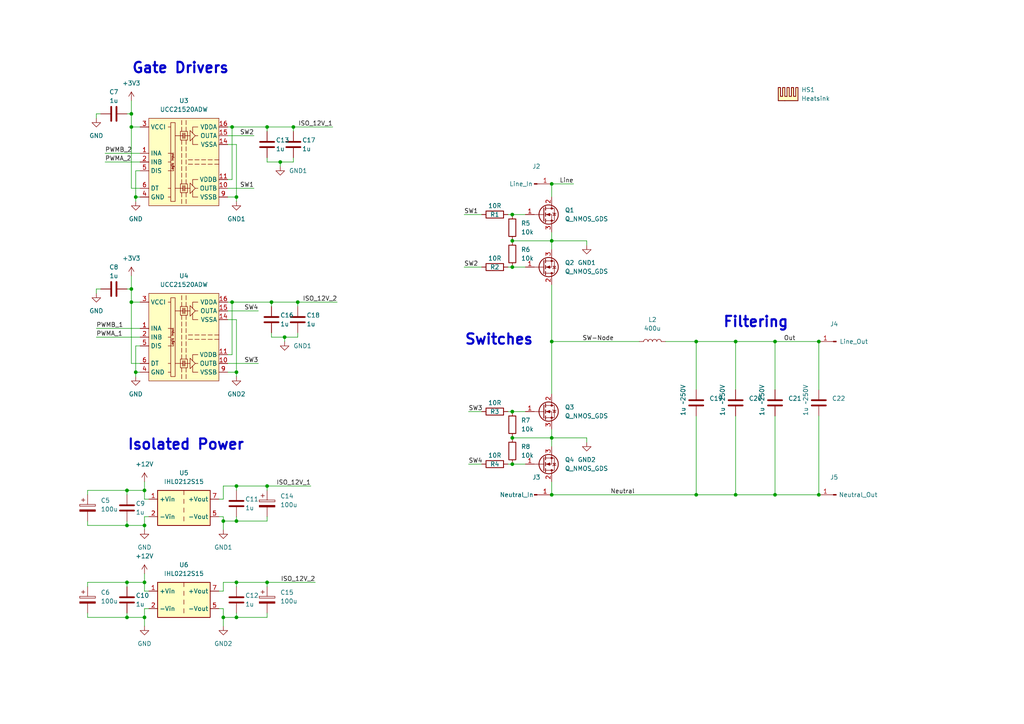
<source format=kicad_sch>
(kicad_sch (version 20211123) (generator eeschema)
  (paper "A4")
  (title_block (title "Power Stage") (company "Kei Carden"))
  (lib_symbols
    (symbol "Connector:Conn_01x01_Male" (pin_names (offset 1.016) hide)
      (property "Reference" "J" (at 0 2.54 0))
      (property "Value" "Conn_01x01_Male" (at 0 -2.54 0))
      (symbol "Conn_01x01_Male_1_1"
        (polyline (pts (xy 1.27 0) (xy 0.8636 0)) (stroke (width 0.1524)))
        (rectangle (start 0.8636 0.127) (end 0 -0.127) (stroke (width 0.1524)) (fill (type outline)))
        (pin passive line (at 5.08 0 180) (length 3.81) (name "Pin_1") (number "1"))
      )
    )
    (symbol "Converter_DCDC:IHL0212S15"
      (property "Reference" "U" (at 0 8.89 0))
      (property "Value" "IHL0212S15" (at 0 6.35 0))
      (symbol "IHL0212S15_0_0"
        (pin power_in line (at -10.16 2.54 0) (length 2.54) (name "+Vin") (number "1"))
        (pin power_in line (at -10.16 -2.54 0) (length 2.54) (name "-Vin") (number "2"))
        (pin power_out line (at 10.16 -2.54 180) (length 2.54) (name "-Vout") (number "5"))
        (pin power_out line (at 10.16 2.54 180) (length 2.54) (name "+Vout") (number "7"))
      )
      (symbol "IHL0212S15_0_1"
        (rectangle (start -7.62 5.08) (end 7.62 -5.08) (stroke (width 0.254)) (fill (type background)))
        (polyline (pts (xy 0 -2.54) (xy 0 -3.81)))
        (polyline (pts (xy 0 0) (xy 0 -1.27)))
        (polyline (pts (xy 0 2.54) (xy 0 1.27)))
        (polyline (pts (xy 0 5.08) (xy 0 3.81)))
      )
    )
    (symbol "Device:C" (pin_numbers hide) (pin_names (offset 0.254))
      (property "Reference" "C" (at 0.635 2.54 0))
      (property "Value" "C" (at 0.635 -2.54 0))
      (symbol "C_0_1"
        (polyline (pts (xy -2.032 -0.762) (xy 2.032 -0.762)) (stroke (width 0.508)))
        (polyline (pts (xy -2.032 0.762) (xy 2.032 0.762)) (stroke (width 0.508)))
      )
      (symbol "C_1_1"
        (pin passive line (at 0 3.81 270) (length 2.794) (name "~") (number "1"))
        (pin passive line (at 0 -3.81 90) (length 2.794) (name "~") (number "2"))
      )
    )
    (symbol "Device:C_Polarized" (pin_numbers hide) (pin_names (offset 0.254))
      (property "Reference" "C" (at 0.635 2.54 0))
      (property "Value" "C_Polarized" (at 0.635 -2.54 0))
      (symbol "C_Polarized_0_1"
        (rectangle (start -2.286 0.508) (end 2.286 1.016))
        (polyline (pts (xy -1.778 2.286) (xy -0.762 2.286)))
        (polyline (pts (xy -1.27 2.794) (xy -1.27 1.778)))
        (rectangle (start 2.286 -0.508) (end -2.286 -1.016) (fill (type outline)))
      )
      (symbol "C_Polarized_1_1"
        (pin passive line (at 0 3.81 270) (length 2.794) (name "~") (number "1"))
        (pin passive line (at 0 -3.81 90) (length 2.794) (name "~") (number "2"))
      )
    )
    (symbol "Device:L" (pin_numbers hide) (pin_names (offset 1.016) hide)
      (property "Reference" "L" (at -1.27 0 90))
      (property "Value" "L" (at 1.905 0 90))
      (symbol "L_0_1"
        (arc (start 0 -2.54) (mid 0.635 -1.905) (end 0 -1.27))
        (arc (start 0 -1.27) (mid 0.635 -0.635) (end 0 0))
        (arc (start 0 0) (mid 0.635 0.635) (end 0 1.27))
        (arc (start 0 1.27) (mid 0.635 1.905) (end 0 2.54))
      )
      (symbol "L_1_1"
        (pin passive line (at 0 3.81 270) (length 1.27) (name "1") (number "1"))
        (pin passive line (at 0 -3.81 90) (length 1.27) (name "2") (number "2"))
      )
    )
    (symbol "Device:Q_NMOS_GDS" (pin_names (offset 0) hide)
      (property "Reference" "Q" (at 5.08 1.27 0))
      (property "Value" "Q_NMOS_GDS" (at 5.08 -1.27 0))
      (symbol "Q_NMOS_GDS_0_1"
        (polyline (pts (xy 0.254 0) (xy -2.54 0)))
        (polyline (pts (xy 0.254 1.905) (xy 0.254 -1.905)) (stroke (width 0.254)))
        (polyline (pts (xy 0.762 -1.27) (xy 0.762 -2.286)) (stroke (width 0.254)))
        (polyline (pts (xy 0.762 0.508) (xy 0.762 -0.508)) (stroke (width 0.254)))
        (polyline (pts (xy 0.762 2.286) (xy 0.762 1.27)) (stroke (width 0.254)))
        (polyline (pts (xy 2.54 2.54) (xy 2.54 1.778)))
        (polyline (pts (xy 2.54 -2.54) (xy 2.54 0) (xy 0.762 0)))
        (polyline (pts (xy 0.762 -1.778) (xy 3.302 -1.778) (xy 3.302 1.778) (xy 0.762 1.778)))
        (polyline (pts (xy 1.016 0) (xy 2.032 0.381) (xy 2.032 -0.381) (xy 1.016 0)) (fill (type outline)))
        (polyline (pts (xy 2.794 0.508) (xy 2.921 0.381) (xy 3.683 0.381) (xy 3.81 0.254)))
        (polyline (pts (xy 3.302 0.381) (xy 2.921 -0.254) (xy 3.683 -0.254) (xy 3.302 0.381)))
        (circle (center 1.651 0) (radius 2.794) (stroke (width 0.254)))
        (circle (center 2.54 -1.778) (radius 0.254) (fill (type outline)))
        (circle (center 2.54 1.778) (radius 0.254) (fill (type outline)))
      )
      (symbol "Q_NMOS_GDS_1_1"
        (pin input line (at -5.08 0 0) (length 2.54) (name "G") (number "1"))
        (pin passive line (at 2.54 5.08 270) (length 2.54) (name "D") (number "2"))
        (pin passive line (at 2.54 -5.08 90) (length 2.54) (name "S") (number "3"))
      )
    )
    (symbol "Device:R" (pin_numbers hide) (pin_names (offset 0))
      (property "Reference" "R" (at 2.032 0 90))
      (property "Value" "R" (at 0 0 90))
      (symbol "R_0_1"
        (rectangle (start -1.016 -2.54) (end 1.016 2.54) (stroke (width 0.254)))
      )
      (symbol "R_1_1"
        (pin passive line (at 0 3.81 270) (length 1.27) (name "~") (number "1"))
        (pin passive line (at 0 -3.81 90) (length 1.27) (name "~") (number "2"))
      )
    )
    (symbol "Driver_FET:UCC21520ADW"
      (property "Reference" "U" (at 0 16.51 0))
      (property "Value" "UCC21520ADW" (at 0 13.97 0))
      (symbol "UCC21520ADW_0_0"
        (polyline (pts (xy -0.635 6.35) (xy -0.635 5.08)))
        (polyline (pts (xy -0.635 10.16) (xy -0.635 8.89)))
        (polyline (pts (xy -0.635 12.065) (xy -0.635 10.795)))
        (polyline (pts (xy -0.254 -7.62) (xy -2.54 -7.62)))
        (polyline (pts (xy -0.254 -6.858) (xy -0.254 -8.382)) (stroke (width 0.254)))
        (polyline (pts (xy -0.254 7.62) (xy -2.54 7.62)))
        (polyline (pts (xy -0.254 8.382) (xy -0.254 6.858)) (stroke (width 0.254)))
        (polyline (pts (xy 0.254 -7.62) (xy 1.778 -7.62)))
        (polyline (pts (xy 0.254 -6.858) (xy 0.254 -8.382)) (stroke (width 0.254)))
        (polyline (pts (xy 0.254 7.62) (xy 1.778 7.62)))
        (polyline (pts (xy 0.254 8.382) (xy 0.254 6.858)) (stroke (width 0.254)))
        (polyline (pts (xy 0.635 6.35) (xy 0.635 5.08)))
        (polyline (pts (xy 0.635 8.89) (xy 0.635 10.16)))
        (polyline (pts (xy 0.635 10.795) (xy 0.635 12.065)))
        (polyline (pts (xy 2.54 -0.635) (xy 1.27 -0.635)))
        (polyline (pts (xy 2.54 0.635) (xy 1.27 0.635)))
        (polyline (pts (xy 4.064 -7.62) (xy 3.302 -7.62)))
        (polyline (pts (xy 4.064 7.62) (xy 3.302 7.62)))
        (polyline (pts (xy 4.445 -0.635) (xy 3.175 -0.635)))
        (polyline (pts (xy 4.445 0.635) (xy 3.175 0.635)))
        (polyline (pts (xy 6.35 -0.635) (xy 5.08 -0.635)))
        (polyline (pts (xy 6.35 0.635) (xy 5.08 0.635)))
        (polyline (pts (xy 8.255 -0.635) (xy 6.985 -0.635)))
        (polyline (pts (xy 8.255 0.635) (xy 6.985 0.635)))
        (polyline (pts (xy 10.16 -0.635) (xy 8.89 -0.635)))
        (polyline (pts (xy 10.16 0.635) (xy 8.89 0.635)))
        (polyline (pts (xy 4.064 -10.16) (xy 2.54 -10.16) (xy 2.54 -8.382)))
        (polyline (pts (xy 4.064 -5.08) (xy 2.54 -5.08) (xy 2.54 -6.858)))
        (polyline (pts (xy 4.064 5.08) (xy 2.54 5.08) (xy 2.54 6.858)))
        (polyline (pts (xy 4.064 10.16) (xy 2.54 10.16) (xy 2.54 8.382)))
        (polyline (pts (xy 3.302 -7.62) (xy 1.778 -9.144) (xy 1.778 -6.096) (xy 3.302 -7.62)))
        (polyline (pts (xy 3.302 7.62) (xy 1.778 6.096) (xy 1.778 9.144) (xy 3.302 7.62)))
        (rectangle (start 1.016 -6.35) (end -1.016 -8.89))
        (rectangle (start 1.016 8.89) (end -1.016 6.35))
        (text "Logic Input" (at -3.302 0 900) (effects (font (size 0.635 0.635))))
      )
      (symbol "UCC21520ADW_0_1"
        (rectangle (start -3.81 11.43) (end -2.54 -11.43))
        (polyline (pts (xy -3.81 -10.16) (xy -4.572 -10.16)))
        (polyline (pts (xy -3.81 -7.62) (xy -4.572 -7.62)))
        (polyline (pts (xy -3.81 -2.54) (xy -4.572 -2.54)))
        (polyline (pts (xy -3.81 0) (xy -4.572 0)))
        (polyline (pts (xy -3.81 2.54) (xy -4.572 2.54)))
        (polyline (pts (xy -3.81 10.16) (xy -4.572 10.16)))
        (polyline (pts (xy -0.635 -10.795) (xy -0.635 -12.065)))
        (polyline (pts (xy -0.635 -8.89) (xy -0.635 -10.16)))
        (polyline (pts (xy -0.635 -5.08) (xy -0.635 -6.35)))
        (polyline (pts (xy -0.635 -3.175) (xy -0.635 -4.445)))
        (polyline (pts (xy -0.635 -1.27) (xy -0.635 -2.54)))
        (polyline (pts (xy -0.635 0.635) (xy -0.635 -0.635)))
        (polyline (pts (xy -0.635 2.54) (xy -0.635 1.27)))
        (polyline (pts (xy -0.635 4.445) (xy -0.635 3.175)))
        (polyline (pts (xy 0.635 -10.795) (xy 0.635 -12.065)))
        (polyline (pts (xy 0.635 -8.89) (xy 0.635 -10.16)))
        (polyline (pts (xy 0.635 -5.08) (xy 0.635 -6.35)))
        (polyline (pts (xy 0.635 -3.175) (xy 0.635 -4.445)))
        (polyline (pts (xy 0.635 -1.27) (xy 0.635 -2.54)))
        (polyline (pts (xy 0.635 0.635) (xy 0.635 -0.635)))
        (polyline (pts (xy 0.635 2.54) (xy 0.635 1.27)))
        (polyline (pts (xy 0.635 4.445) (xy 0.635 3.175)))
        (rectangle (start 10.16 12.7) (end -10.16 -12.7) (fill (type background)))
      )
      (symbol "UCC21520ADW_1_1"
        (pin input line (at -12.7 2.54 0) (length 2.54) (name "INA") (number "1"))
        (pin output line (at 12.7 -7.62 180) (length 2.54) (name "OUTB") (number "10"))
        (pin power_in line (at 12.7 -5.08 180) (length 2.54) (name "VDDB") (number "11"))
        (pin no_connect line (at 10.16 -2.54 180) (length 2.54) hide (name "NC") (number "12"))
        (pin no_connect line (at 10.16 2.54 180) (length 2.54) hide (name "NC") (number "13"))
        (pin power_in line (at 12.7 5.08 180) (length 2.54) (name "VSSA") (number "14"))
        (pin output line (at 12.7 7.62 180) (length 2.54) (name "OUTA") (number "15"))
        (pin power_in line (at 12.7 10.16 180) (length 2.54) (name "VDDA") (number "16"))
        (pin input line (at -12.7 0 0) (length 2.54) (name "INB") (number "2"))
        (pin power_in line (at -12.7 10.16 0) (length 2.54) (name "VCCI") (number "3"))
        (pin power_in line (at -12.7 -10.16 0) (length 2.54) (name "GND") (number "4"))
        (pin input line (at -12.7 -2.54 0) (length 2.54) (name "DIS") (number "5"))
        (pin passive line (at -12.7 -7.62 0) (length 2.54) (name "DT") (number "6"))
        (pin no_connect line (at -10.16 -5.08 0) (length 2.54) hide (name "NC") (number "7"))
        (pin passive line (at -12.7 10.16 0) (length 2.54) hide (name "VCCI") (number "8"))
        (pin power_in line (at 12.7 -10.16 180) (length 2.54) (name "VSSB") (number "9"))
      )
    )
    (symbol "Mechanical:Heatsink" (pin_names (offset 1.016))
      (property "Reference" "HS" (at 0 5.08 0))
      (property "Value" "Heatsink" (at 0 -1.27 0))
      (symbol "Heatsink_0_1"
        (polyline (pts (xy -0.3302 1.27) (xy -0.9652 1.27) (xy -0.9652 3.81) (xy -1.6002 3.81) (xy -1.6002 1.27) (xy -2.2352 1.27) (xy -2.2352 3.81) (xy -2.8702 3.81) (xy -2.8702 0) (xy -0.9652 0)) (stroke (width 0.254)) (fill (type background)))
        (polyline (pts (xy -0.3302 1.27) (xy -0.3302 3.81) (xy 0.3048 3.81) (xy 0.3048 1.27) (xy 0.9398 1.27) (xy 0.9398 3.81) (xy 1.5748 3.81) (xy 1.5748 1.27) (xy 2.2098 1.27) (xy 2.2098 3.81) (xy 2.8448 3.81) (xy 2.8448 0) (xy -0.9652 0)) (stroke (width 0.254)) (fill (type background)))
      )
    )
    (symbol "power:+12V" (power) (pin_names (offset 0))
      (property "Value" "+12V" (at 0 3.556 0))
      (symbol "+12V_0_1"
        (polyline (pts (xy -0.762 1.27) (xy 0 2.54)))
        (polyline (pts (xy 0 0) (xy 0 2.54)))
        (polyline (pts (xy 0 2.54) (xy 0.762 1.27)))
      )
      (symbol "+12V_1_1"
        (pin power_in line (at 0 0 90) (length 0) hide (name "+12V") (number "1"))
      )
    )
    (symbol "power:+3V3" (power) (pin_names (offset 0))
      (property "Value" "+3V3" (at 0 3.556 0))
      (symbol "+3V3_0_1"
        (polyline (pts (xy -0.762 1.27) (xy 0 2.54)))
        (polyline (pts (xy 0 0) (xy 0 2.54)))
        (polyline (pts (xy 0 2.54) (xy 0.762 1.27)))
      )
      (symbol "+3V3_1_1"
        (pin power_in line (at 0 0 90) (length 0) hide (name "+3V3") (number "1"))
      )
    )
    (symbol "power:GND" (power) (pin_names (offset 0))
      (property "Value" "GND" (at 0 -3.81 0))
      (symbol "GND_0_1"
        (polyline (pts (xy 0 0) (xy 0 -1.27) (xy 1.27 -1.27) (xy 0 -2.54) (xy -1.27 -1.27) (xy 0 -1.27)))
      )
      (symbol "GND_1_1"
        (pin power_in line (at 0 0 270) (length 0) hide (name "GND") (number "1"))
      )
    )
    (symbol "power:GND1" (power) (pin_names (offset 0))
      (property "Value" "GND1" (at 0 -3.81 0))
      (symbol "GND1_0_1"
        (polyline (pts (xy 0 0) (xy 0 -1.27) (xy 1.27 -1.27) (xy 0 -2.54) (xy -1.27 -1.27) (xy 0 -1.27)))
      )
      (symbol "GND1_1_1"
        (pin power_in line (at 0 0 270) (length 0) hide (name "GND1") (number "1"))
      )
    )
    (symbol "power:GND2" (power) (pin_names (offset 0))
      (property "Value" "GND2" (at 0 -3.81 0))
      (symbol "GND2_0_1"
        (polyline (pts (xy 0 0) (xy 0 -1.27) (xy 1.27 -1.27) (xy 0 -2.54) (xy -1.27 -1.27) (xy 0 -1.27)))
      )
      (symbol "GND2_1_1"
        (pin power_in line (at 0 0 270) (length 0) hide (name "GND2") (number "1"))
      )
    )
  )
  (junction (at 213.36 99.06))
  (junction (at 86.36 87.63))
  (junction (at 68.58 168.91))
  (junction (at 81.28 46.99))
  (junction (at 41.91 179.07))
  (junction (at 36.83 179.07))
  (junction (at 36.83 152.4))
  (junction (at 237.49 143.51))
  (junction (at 67.31 36.83))
  (junction (at 39.37 57.15))
  (junction (at 160.02 143.51))
  (junction (at 148.59 134.62))
  (junction (at 201.93 143.51))
  (junction (at 237.49 99.06))
  (junction (at 78.74 87.63))
  (junction (at 68.58 57.15))
  (junction (at 82.55 97.79))
  (junction (at 148.59 77.47))
  (junction (at 41.91 168.91))
  (junction (at 64.77 179.07))
  (junction (at 85.09 36.83))
  (junction (at 148.59 119.38))
  (junction (at 77.47 36.83))
  (junction (at 38.1 33.02))
  (junction (at 160.02 127))
  (junction (at 224.79 143.51))
  (junction (at 67.31 87.63))
  (junction (at 160.02 99.06))
  (junction (at 68.58 179.07))
  (junction (at 41.91 152.4))
  (junction (at 38.1 83.82))
  (junction (at 64.77 151.13))
  (junction (at 77.47 140.97))
  (junction (at 213.36 143.51))
  (junction (at 160.02 53.34))
  (junction (at 41.91 142.24))
  (junction (at 36.83 142.24))
  (junction (at 38.1 36.83))
  (junction (at 224.79 99.06))
  (junction (at 68.58 107.95))
  (junction (at 148.59 127))
  (junction (at 39.37 107.95))
  (junction (at 36.83 168.91))
  (junction (at 68.58 151.13))
  (junction (at 201.93 99.06))
  (junction (at 68.58 140.97))
  (junction (at 148.59 62.23))
  (junction (at 38.1 87.63))
  (junction (at 148.59 69.85))
  (junction (at 77.47 168.91))
  (junction (at 160.02 69.85))
  (wire (pts (xy 160.02 67.31) (xy 160.02 69.85)))
  (wire (pts (xy 41.91 152.4) (xy 41.91 149.86)))
  (wire (pts (xy 25.4 168.91) (xy 36.83 168.91)))
  (wire (pts (xy 36.83 151.13) (xy 36.83 152.4)))
  (wire (pts (xy 25.4 152.4) (xy 25.4 151.13)))
  (wire (pts (xy 64.77 168.91) (xy 68.58 168.91)))
  (wire (pts (xy 27.94 95.25) (xy 40.64 95.25)))
  (wire (pts (xy 68.58 92.71) (xy 68.58 107.95)))
  (wire (pts (xy 25.4 170.18) (xy 25.4 168.91)))
  (wire (pts (xy 67.31 36.83) (xy 67.31 52.07)))
  (wire (pts (xy 213.36 120.65) (xy 213.36 143.51)))
  (wire (pts (xy 66.04 52.07) (xy 67.31 52.07)))
  (wire (pts (xy 41.91 168.91) (xy 41.91 171.45)))
  (wire (pts (xy 160.02 99.06) (xy 185.42 99.06)))
  (wire (pts (xy 66.04 107.95) (xy 68.58 107.95)))
  (wire (pts (xy 193.04 99.06) (xy 201.93 99.06)))
  (wire (pts (xy 64.77 151.13) (xy 68.58 151.13)))
  (wire (pts (xy 77.47 36.83) (xy 85.09 36.83)))
  (wire (pts (xy 67.31 102.87) (xy 67.31 87.63)))
  (wire (pts (xy 224.79 99.06) (xy 237.49 99.06)))
  (wire (pts (xy 77.47 168.91) (xy 91.44 168.91)))
  (wire (pts (xy 40.64 100.33) (xy 39.37 100.33)))
  (wire (pts (xy 148.59 69.85) (xy 160.02 69.85)))
  (wire (pts (xy 160.02 53.34) (xy 160.02 57.15)))
  (wire (pts (xy 41.91 144.78) (xy 43.18 144.78)))
  (wire (pts (xy 85.09 36.83) (xy 85.09 38.1)))
  (wire (pts (xy 77.47 38.1) (xy 77.47 36.83)))
  (wire (pts (xy 36.83 177.8) (xy 36.83 179.07)))
  (wire (pts (xy 68.58 140.97) (xy 68.58 142.24)))
  (wire (pts (xy 224.79 99.06) (xy 224.79 113.03)))
  (wire (pts (xy 224.79 143.51) (xy 213.36 143.51)))
  (wire (pts (xy 39.37 109.22) (xy 39.37 107.95)))
  (wire (pts (xy 148.59 119.38) (xy 152.4 119.38)))
  (wire (pts (xy 66.04 105.41) (xy 74.93 105.41)))
  (wire (pts (xy 148.59 62.23) (xy 152.4 62.23)))
  (wire (pts (xy 201.93 99.06) (xy 213.36 99.06)))
  (wire (pts (xy 27.94 85.09) (xy 27.94 83.82)))
  (wire (pts (xy 25.4 179.07) (xy 25.4 177.8)))
  (wire (pts (xy 160.02 143.51) (xy 160.02 139.7)))
  (wire (pts (xy 41.91 149.86) (xy 43.18 149.86)))
  (wire (pts (xy 36.83 142.24) (xy 41.91 142.24)))
  (wire (pts (xy 36.83 179.07) (xy 41.91 179.07)))
  (wire (pts (xy 27.94 97.79) (xy 40.64 97.79)))
  (wire (pts (xy 38.1 54.61) (xy 40.64 54.61)))
  (wire (pts (xy 147.32 134.62) (xy 148.59 134.62)))
  (wire (pts (xy 25.4 143.51) (xy 25.4 142.24)))
  (wire (pts (xy 160.02 69.85) (xy 160.02 72.39)))
  (wire (pts (xy 81.28 46.99) (xy 85.09 46.99)))
  (wire (pts (xy 66.04 39.37) (xy 73.66 39.37)))
  (wire (pts (xy 237.49 120.65) (xy 237.49 143.51)))
  (wire (pts (xy 148.59 77.47) (xy 152.4 77.47)))
  (wire (pts (xy 77.47 46.99) (xy 81.28 46.99)))
  (wire (pts (xy 64.77 176.53) (xy 64.77 179.07)))
  (wire (pts (xy 38.1 36.83) (xy 38.1 54.61)))
  (wire (pts (xy 41.91 171.45) (xy 43.18 171.45)))
  (wire (pts (xy 77.47 168.91) (xy 77.47 170.18)))
  (wire (pts (xy 160.02 127) (xy 170.18 127)))
  (wire (pts (xy 66.04 102.87) (xy 67.31 102.87)))
  (wire (pts (xy 63.5 149.86) (xy 64.77 149.86)))
  (wire (pts (xy 27.94 33.02) (xy 29.21 33.02)))
  (wire (pts (xy 30.48 44.45) (xy 40.64 44.45)))
  (wire (pts (xy 77.47 151.13) (xy 77.47 149.86)))
  (wire (pts (xy 67.31 87.63) (xy 78.74 87.63)))
  (wire (pts (xy 64.77 144.78) (xy 64.77 140.97)))
  (wire (pts (xy 38.1 36.83) (xy 38.1 33.02)))
  (wire (pts (xy 36.83 33.02) (xy 38.1 33.02)))
  (wire (pts (xy 170.18 71.12) (xy 170.18 69.85)))
  (wire (pts (xy 27.94 83.82) (xy 29.21 83.82)))
  (wire (pts (xy 66.04 87.63) (xy 67.31 87.63)))
  (wire (pts (xy 85.09 45.72) (xy 85.09 46.99)))
  (wire (pts (xy 81.28 46.99) (xy 81.28 48.26)))
  (wire (pts (xy 39.37 58.42) (xy 39.37 57.15)))
  (wire (pts (xy 78.74 96.52) (xy 78.74 97.79)))
  (wire (pts (xy 25.4 142.24) (xy 36.83 142.24)))
  (wire (pts (xy 135.89 134.62) (xy 139.7 134.62)))
  (wire (pts (xy 160.02 127) (xy 160.02 129.54)))
  (wire (pts (xy 63.5 176.53) (xy 64.77 176.53)))
  (wire (pts (xy 36.83 170.18) (xy 36.83 168.91)))
  (wire (pts (xy 66.04 41.91) (xy 68.58 41.91)))
  (wire (pts (xy 78.74 88.9) (xy 78.74 87.63)))
  (wire (pts (xy 64.77 151.13) (xy 64.77 153.67)))
  (wire (pts (xy 237.49 99.06) (xy 237.49 113.03)))
  (wire (pts (xy 27.94 34.29) (xy 27.94 33.02)))
  (wire (pts (xy 85.09 36.83) (xy 96.52 36.83)))
  (wire (pts (xy 38.1 83.82) (xy 38.1 80.01)))
  (wire (pts (xy 36.83 152.4) (xy 25.4 152.4)))
  (wire (pts (xy 201.93 120.65) (xy 201.93 143.51)))
  (wire (pts (xy 160.02 69.85) (xy 170.18 69.85)))
  (wire (pts (xy 166.37 53.34) (xy 160.02 53.34)))
  (wire (pts (xy 40.64 49.53) (xy 39.37 49.53)))
  (wire (pts (xy 68.58 179.07) (xy 77.47 179.07)))
  (wire (pts (xy 39.37 57.15) (xy 40.64 57.15)))
  (wire (pts (xy 41.91 142.24) (xy 41.91 144.78)))
  (wire (pts (xy 36.83 179.07) (xy 25.4 179.07)))
  (wire (pts (xy 160.02 124.46) (xy 160.02 127)))
  (wire (pts (xy 66.04 36.83) (xy 67.31 36.83)))
  (wire (pts (xy 68.58 57.15) (xy 68.58 58.42)))
  (wire (pts (xy 201.93 99.06) (xy 201.93 113.03)))
  (wire (pts (xy 160.02 82.55) (xy 160.02 99.06)))
  (wire (pts (xy 64.77 171.45) (xy 63.5 171.45)))
  (wire (pts (xy 66.04 54.61) (xy 73.66 54.61)))
  (wire (pts (xy 86.36 87.63) (xy 97.79 87.63)))
  (wire (pts (xy 68.58 177.8) (xy 68.58 179.07)))
  (wire (pts (xy 77.47 179.07) (xy 77.47 177.8)))
  (wire (pts (xy 41.91 139.7) (xy 41.91 142.24)))
  (wire (pts (xy 41.91 176.53) (xy 43.18 176.53)))
  (wire (pts (xy 224.79 120.65) (xy 224.79 143.51)))
  (wire (pts (xy 36.83 83.82) (xy 38.1 83.82)))
  (wire (pts (xy 147.32 77.47) (xy 148.59 77.47)))
  (wire (pts (xy 38.1 105.41) (xy 40.64 105.41)))
  (wire (pts (xy 38.1 87.63) (xy 38.1 83.82)))
  (wire (pts (xy 82.55 97.79) (xy 86.36 97.79)))
  (wire (pts (xy 40.64 87.63) (xy 38.1 87.63)))
  (wire (pts (xy 213.36 99.06) (xy 224.79 99.06)))
  (wire (pts (xy 68.58 168.91) (xy 77.47 168.91)))
  (wire (pts (xy 213.36 143.51) (xy 201.93 143.51)))
  (wire (pts (xy 64.77 168.91) (xy 64.77 171.45)))
  (wire (pts (xy 68.58 149.86) (xy 68.58 151.13)))
  (wire (pts (xy 68.58 41.91) (xy 68.58 57.15)))
  (wire (pts (xy 82.55 97.79) (xy 82.55 99.06)))
  (wire (pts (xy 64.77 179.07) (xy 68.58 179.07)))
  (wire (pts (xy 86.36 87.63) (xy 86.36 88.9)))
  (wire (pts (xy 40.64 36.83) (xy 38.1 36.83)))
  (wire (pts (xy 36.83 143.51) (xy 36.83 142.24)))
  (wire (pts (xy 41.91 179.07) (xy 41.91 176.53)))
  (wire (pts (xy 41.91 153.67) (xy 41.91 152.4)))
  (wire (pts (xy 160.02 99.06) (xy 160.02 114.3)))
  (wire (pts (xy 64.77 140.97) (xy 68.58 140.97)))
  (wire (pts (xy 78.74 97.79) (xy 82.55 97.79)))
  (wire (pts (xy 30.48 46.99) (xy 40.64 46.99)))
  (wire (pts (xy 68.58 151.13) (xy 77.47 151.13)))
  (wire (pts (xy 36.83 152.4) (xy 41.91 152.4)))
  (wire (pts (xy 170.18 128.27) (xy 170.18 127)))
  (wire (pts (xy 64.77 149.86) (xy 64.77 151.13)))
  (wire (pts (xy 77.47 140.97) (xy 90.17 140.97)))
  (wire (pts (xy 63.5 144.78) (xy 64.77 144.78)))
  (wire (pts (xy 135.89 119.38) (xy 139.7 119.38)))
  (wire (pts (xy 148.59 134.62) (xy 152.4 134.62)))
  (wire (pts (xy 67.31 36.83) (xy 77.47 36.83)))
  (wire (pts (xy 38.1 87.63) (xy 38.1 105.41)))
  (wire (pts (xy 39.37 107.95) (xy 40.64 107.95)))
  (wire (pts (xy 213.36 99.06) (xy 213.36 113.03)))
  (wire (pts (xy 78.74 87.63) (xy 86.36 87.63)))
  (wire (pts (xy 148.59 127) (xy 160.02 127)))
  (wire (pts (xy 66.04 90.17) (xy 74.93 90.17)))
  (wire (pts (xy 68.58 140.97) (xy 77.47 140.97)))
  (wire (pts (xy 39.37 100.33) (xy 39.37 107.95)))
  (wire (pts (xy 86.36 96.52) (xy 86.36 97.79)))
  (wire (pts (xy 68.58 107.95) (xy 68.58 109.22)))
  (wire (pts (xy 147.32 62.23) (xy 148.59 62.23)))
  (wire (pts (xy 160.02 143.51) (xy 201.93 143.51)))
  (wire (pts (xy 36.83 168.91) (xy 41.91 168.91)))
  (wire (pts (xy 66.04 92.71) (xy 68.58 92.71)))
  (wire (pts (xy 41.91 181.61) (xy 41.91 179.07)))
  (wire (pts (xy 134.62 77.47) (xy 139.7 77.47)))
  (wire (pts (xy 77.47 140.97) (xy 77.47 142.24)))
  (wire (pts (xy 64.77 179.07) (xy 64.77 181.61)))
  (wire (pts (xy 41.91 166.37) (xy 41.91 168.91)))
  (wire (pts (xy 237.49 143.51) (xy 224.79 143.51)))
  (wire (pts (xy 147.32 119.38) (xy 148.59 119.38)))
  (wire (pts (xy 134.62 62.23) (xy 139.7 62.23)))
  (wire (pts (xy 77.47 45.72) (xy 77.47 46.99)))
  (wire (pts (xy 68.58 168.91) (xy 68.58 170.18)))
  (wire (pts (xy 38.1 33.02) (xy 38.1 29.21)))
  (wire (pts (xy 39.37 49.53) (xy 39.37 57.15)))
  (wire (pts (xy 68.58 57.15) (xy 66.04 57.15)))
  (text "Gate Drivers\n" (at 38.1 21.59 0) (effects (font (size 3 3) (thickness 0.6) bold) (justify left bottom)))
  (text "Switches" (at 134.62 100.33 0) (effects (font (size 3 3) (thickness 0.6) bold) (justify left bottom)))
  (text "Filtering\n" (at 209.55 95.25 0) (effects (font (size 3 3) (thickness 0.6) bold) (justify left bottom)))
  (text "Isolated Power\n" (at 36.83 130.81 0) (effects (font (size 3 3) (thickness 0.6) bold) (justify left bottom)))
  (label "SW2" (at 134.62 77.47 0))
  (label "SW3" (at 135.89 119.38 0))
  (label "Neutral" (at 184.15 143.51 180))
  (label "Out" (at 227.33 99.06 0))
  (label "ISO_12V_2" (at 91.44 168.91 180))
  (label "SW4" (at 135.89 134.62 0))
  (label "SW4" (at 74.93 90.17 180))
  (label "SW-Node" (at 168.91 99.06 0))
  (label "PWMA_1" (at 27.94 97.79 0))
  (label "PWMA_2" (at 30.48 46.99 0))
  (label "ISO_12V_1" (at 90.17 140.97 180))
  (label "SW3" (at 74.93 105.41 180))
  (label "ISO_12V_2" (at 97.79 87.63 180))
  (label "SW1" (at 73.66 54.61 180))
  (label "Line" (at 166.37 53.34 180))
  (label "PWMB_1" (at 27.94 95.25 0))
  (label "SW2" (at 73.66 39.37 180))
  (label "PWMB_2" (at 30.48 44.45 0))
  (label "SW1" (at 134.62 62.23 0))
  (label "ISO_12V_1" (at 96.52 36.83 180))
  (symbol (lib_id "power:+12V") (at 41.91 139.7 0) (unit 1)
    (property "Reference" "#PWR0110" (effects hide))
    (property "Value" "+12V" (at 41.91 134.62 0))
  )
  (symbol (lib_id "Device:C_Polarized") (at 77.47 146.05 0) (unit 1)
    (property "Reference" "C14" (at 81.28 143.8909 0) (effects (justify left)))
    (property "Value" "100u" (at 81.28 146.4309 0) (effects (justify left)))
    (property "Footprint" "Capacitor_THT:CP_Radial_D10.0mm_P5.00mm" (effects hide))
  )
  (symbol (lib_id "Device:Q_NMOS_GDS") (at 157.48 134.62 0) (mirror x) (unit 1)
    (property "Reference" "Q4" (at 163.83 133.3499 0) (effects (justify left)))
    (property "Value" "Q_NMOS_GDS" (at 163.83 135.8899 0) (effects (justify left)))
    (property "Footprint" "Package_TO_SOT_THT:TO-220-3_Vertical" (effects hide))
  )
  (symbol (lib_id "Device:C") (at 86.36 92.71 0) (unit 1)
    (property "Reference" "C18" (at 88.9 91.44 0) (effects (justify left)))
    (property "Value" "1u" (at 88.9 93.98 0) (effects (justify left)))
  )
  (symbol (lib_id "power:GND") (at 41.91 181.61 0) (unit 1)
    (property "Reference" "#PWR0112" (effects hide))
    (property "Value" "GND" (at 41.91 186.69 0))
  )
  (symbol (lib_id "Device:C") (at 78.74 92.71 0) (unit 1)
    (property "Reference" "C16" (at 81.28 91.44 0) (effects (justify left)))
    (property "Value" "1u" (at 81.28 93.98 0) (effects (justify left)))
  )
  (symbol (lib_id "power:GND1") (at 170.18 71.12 0) (unit 1)
    (property "Reference" "#PWR0122" (effects hide))
    (property "Value" "GND1" (at 170.18 76.2 0))
  )
  (symbol (lib_id "power:GND1") (at 64.77 153.67 0) (unit 1)
    (property "Reference" "#PWR0114" (effects hide))
    (property "Value" "GND1" (at 64.77 158.75 0))
  )
  (symbol (lib_id "Connector:Conn_01x01_Male") (at 242.57 99.06 180) (unit 1)
    (property "Reference" "J4" (at 241.935 93.98 0))
    (property "Value" "Line_Out" (at 247.65 99.06 0))
    (property "Footprint" "TerminalBlock:Spade-Terminal" (effects hide))
  )
  (symbol (lib_id "Device:C") (at 33.02 83.82 270) (unit 1)
    (property "Reference" "C8" (at 33.02 77.47 90))
    (property "Value" "1u" (at 33.02 80.01 90))
    (property "Footprint" "Capacitor_SMD:C_0603_1608Metric_Pad1.08x0.95mm_HandSolder" (effects hide))
  )
  (symbol (lib_id "power:GND") (at 39.37 109.22 0) (unit 1)
    (property "Reference" "#PWR0115" (effects hide))
    (property "Value" "GND" (at 39.37 114.3 0))
  )
  (symbol (lib_id "Device:C") (at 237.49 116.84 0) (unit 1)
    (property "Reference" "C22" (at 241.3 115.5699 0) (effects (justify left)))
    (property "Value" "1u ~250V " (at 233.68 120.65 90) (effects (justify left)))
  )
  (symbol (lib_id "Device:C") (at 36.83 147.32 0) (unit 1)
    (property "Reference" "C9" (at 39.37 146.05 0) (effects (justify left)))
    (property "Value" "1u" (at 39.37 148.59 0) (effects (justify left)))
    (property "Footprint" "Capacitor_SMD:C_0603_1608Metric_Pad1.08x0.95mm_HandSolder" (effects hide))
  )
  (symbol (lib_id "Connector:Conn_01x01_Male") (at 154.94 53.34 0) (unit 1)
    (property "Reference" "J2" (at 155.575 48.26 0))
    (property "Value" "Line_In" (at 151.13 53.34 0))
    (property "Footprint" "TerminalBlock:Spade-Terminal" (effects hide))
  )
  (symbol (lib_id "power:GND2") (at 170.18 128.27 0) (unit 1)
    (property "Reference" "#PWR0123" (effects hide))
    (property "Value" "GND2" (at 170.18 133.35 0))
  )
  (symbol (lib_id "Mechanical:Heatsink") (at 228.6 29.21 0) (unit 1)
    (property "Reference" "HS1" (at 232.41 26.0349 0) (effects (justify left)))
    (property "Value" "Heatsink" (at 232.41 28.5749 0) (effects (justify left)))
  )
  (symbol (lib_id "Device:C") (at 36.83 173.99 0) (unit 1)
    (property "Reference" "C10" (at 39.37 172.72 0) (effects (justify left)))
    (property "Value" "1u" (at 39.37 175.26 0) (effects (justify left)))
    (property "Footprint" "Capacitor_SMD:C_0603_1608Metric_Pad1.08x0.95mm_HandSolder" (effects hide))
  )
  (symbol (lib_id "Device:C") (at 68.58 146.05 0) (unit 1)
    (property "Reference" "C11" (at 71.12 144.78 0) (effects (justify left)))
    (property "Value" "1u" (at 71.12 147.32 0) (effects (justify left)))
    (property "Footprint" "Capacitor_SMD:C_0603_1608Metric_Pad1.08x0.95mm_HandSolder" (effects hide))
  )
  (symbol (lib_id "power:GND") (at 41.91 153.67 0) (unit 1)
    (property "Reference" "#PWR0109" (effects hide))
    (property "Value" "GND" (at 41.91 158.75 0))
  )
  (symbol (lib_id "Device:C") (at 201.93 116.84 0) (unit 1)
    (property "Reference" "C19" (at 205.74 115.5699 0) (effects (justify left)))
    (property "Value" "1u ~250V " (at 198.12 120.65 90) (effects (justify left)))
  )
  (symbol (lib_id "Converter_DCDC:IHL0212S15") (at 53.34 173.99 0) (unit 1)
    (property "Reference" "U6" (at 53.34 163.83 0))
    (property "Value" "IHL0212S15" (at 53.34 166.37 0))
    (property "Footprint" "Converter_DCDC:IHL-Series" (effects hide))
  )
  (symbol (lib_id "Connector:Conn_01x01_Male") (at 154.94 143.51 0) (unit 1)
    (property "Reference" "J3" (at 155.575 138.43 0))
    (property "Value" "Neutral_In" (at 149.86 143.51 0))
    (property "Footprint" "TerminalBlock:Spade-Terminal" (effects hide))
  )
  (symbol (lib_id "Device:C_Polarized") (at 77.47 173.99 0) (unit 1)
    (property "Reference" "C15" (at 81.28 171.8309 0) (effects (justify left)))
    (property "Value" "100u" (at 81.28 174.3709 0) (effects (justify left)))
    (property "Footprint" "Capacitor_THT:CP_Radial_D10.0mm_P5.00mm" (effects hide))
  )
  (symbol (lib_id "Device:R") (at 143.51 134.62 90) (unit 1)
    (property "Reference" "R4" (at 143.51 134.62 90))
    (property "Value" "10R" (at 143.51 132.08 90))
    (property "Footprint" "Resistor_THT:R_Axial_DIN0207_L6.3mm_D2.5mm_P10.16mm_Horizontal" (effects hide))
  )
  (symbol (lib_id "Device:R") (at 143.51 77.47 90) (unit 1)
    (property "Reference" "R2" (at 143.51 77.47 90))
    (property "Value" "10R" (at 143.51 74.93 90))
    (property "Footprint" "Resistor_THT:R_Axial_DIN0207_L6.3mm_D2.5mm_P10.16mm_Horizontal" (effects hide))
  )
  (symbol (lib_id "power:+3V3") (at 38.1 29.21 0) (unit 1)
    (property "Reference" "#PWR0124" (effects hide))
    (property "Value" "+3V3" (at 38.1 24.13 0))
  )
  (symbol (lib_id "power:GND2") (at 64.77 181.61 0) (unit 1)
    (property "Reference" "#PWR0113" (effects hide))
    (property "Value" "GND2" (at 64.77 186.69 0))
  )
  (symbol (lib_id "Device:C") (at 77.47 41.91 0) (unit 1)
    (property "Reference" "C13" (at 80.01 40.64 0) (effects (justify left)))
    (property "Value" "1u" (at 80.01 43.18 0) (effects (justify left)))
  )
  (symbol (lib_id "Device:Q_NMOS_GDS") (at 157.48 77.47 0) (mirror x) (unit 1)
    (property "Reference" "Q2" (at 163.83 76.1999 0) (effects (justify left)))
    (property "Value" "Q_NMOS_GDS" (at 163.83 78.7399 0) (effects (justify left)))
    (property "Footprint" "Package_TO_SOT_THT:TO-220-3_Vertical" (effects hide))
  )
  (symbol (lib_id "power:+3V3") (at 38.1 80.01 0) (unit 1)
    (property "Reference" "#PWR0120" (effects hide))
    (property "Value" "+3V3" (at 38.1 74.93 0))
  )
  (symbol (lib_id "Connector:Conn_01x01_Male") (at 242.57 143.51 180) (unit 1)
    (property "Reference" "J5" (at 241.935 138.43 0))
    (property "Value" "Neutral_Out" (at 248.92 143.51 0))
    (property "Footprint" "TerminalBlock:Spade-Terminal" (effects hide))
  )
  (symbol (lib_id "power:GND1") (at 68.58 58.42 0) (unit 1)
    (property "Reference" "#PWR0118" (effects hide))
    (property "Value" "GND1" (at 68.58 63.5 0))
  )
  (symbol (lib_id "Driver_FET:UCC21520ADW") (at 53.34 46.99 0) (unit 1)
    (property "Reference" "U3" (at 53.34 29.21 0))
    (property "Value" "UCC21520ADW" (at 53.34 31.75 0))
    (property "Footprint" "Package_SO:SOIC-16W_7.5x10.3mm_P1.27mm" (effects hide))
    (property "Datasheet" "http://www.ti.com/lit/ds/symlink/ucc21520.pdf" (effects hide))
  )
  (symbol (lib_id "power:+12V") (at 41.91 166.37 0) (unit 1)
    (property "Reference" "#PWR0111" (effects hide))
    (property "Value" "+12V" (at 41.91 161.29 0))
  )
  (symbol (lib_id "Device:R") (at 148.59 73.66 0) (unit 1)
    (property "Reference" "R6" (at 151.13 72.3899 0) (effects (justify left)))
    (property "Value" "10k" (at 151.13 74.9299 0) (effects (justify left)))
    (property "Footprint" "Resistor_SMD:R_0603_1608Metric_Pad0.98x0.95mm_HandSolder" (effects hide))
  )
  (symbol (lib_id "Device:C_Polarized") (at 25.4 173.99 0) (unit 1)
    (property "Reference" "C6" (at 29.21 171.8309 0) (effects (justify left)))
    (property "Value" "100u" (at 29.21 174.3709 0) (effects (justify left)))
    (property "Footprint" "Capacitor_THT:CP_Radial_D10.0mm_P5.00mm" (effects hide))
  )
  (symbol (lib_id "Device:R") (at 148.59 130.81 0) (unit 1)
    (property "Reference" "R8" (at 151.13 129.5399 0) (effects (justify left)))
    (property "Value" "10k" (at 151.13 132.0799 0) (effects (justify left)))
    (property "Footprint" "Resistor_SMD:R_0603_1608Metric_Pad0.98x0.95mm_HandSolder" (effects hide))
  )
  (symbol (lib_id "Device:R") (at 143.51 119.38 90) (unit 1)
    (property "Reference" "R3" (at 143.51 119.38 90))
    (property "Value" "10R" (at 143.51 116.84 90))
    (property "Footprint" "Resistor_THT:R_Axial_DIN0207_L6.3mm_D2.5mm_P10.16mm_Horizontal" (effects hide))
  )
  (symbol (lib_id "Device:Q_NMOS_GDS") (at 157.48 119.38 0) (unit 1)
    (property "Reference" "Q3" (at 163.83 118.1099 0) (effects (justify left)))
    (property "Value" "Q_NMOS_GDS" (at 163.83 120.6499 0) (effects (justify left)))
    (property "Footprint" "Package_TO_SOT_THT:TO-220-3_Vertical" (effects hide))
  )
  (symbol (lib_id "Device:R") (at 148.59 123.19 0) (unit 1)
    (property "Reference" "R7" (at 151.13 121.9199 0) (effects (justify left)))
    (property "Value" "10k" (at 151.13 124.4599 0) (effects (justify left)))
    (property "Footprint" "Resistor_SMD:R_0603_1608Metric_Pad0.98x0.95mm_HandSolder" (effects hide))
  )
  (symbol (lib_id "power:GND") (at 39.37 58.42 0) (unit 1)
    (property "Reference" "#PWR0121" (effects hide))
    (property "Value" "GND" (at 39.37 63.5 0))
  )
  (symbol (lib_id "Device:C") (at 213.36 116.84 0) (unit 1)
    (property "Reference" "C20" (at 217.17 115.5699 0) (effects (justify left)))
    (property "Value" "1u ~250V " (at 209.55 120.65 90) (effects (justify left)))
  )
  (symbol (lib_id "power:GND2") (at 68.58 109.22 0) (unit 1)
    (property "Reference" "#PWR0116" (effects hide))
    (property "Value" "GND2" (at 68.58 114.3 0))
  )
  (symbol (lib_id "Device:Q_NMOS_GDS") (at 157.48 62.23 0) (unit 1)
    (property "Reference" "Q1" (at 163.83 60.9599 0) (effects (justify left)))
    (property "Value" "Q_NMOS_GDS" (at 163.83 63.4999 0) (effects (justify left)))
    (property "Footprint" "Package_TO_SOT_THT:TO-220-3_Vertical" (effects hide))
  )
  (symbol (lib_id "Converter_DCDC:IHL0212S15") (at 53.34 147.32 0) (unit 1)
    (property "Reference" "U5" (at 53.34 137.16 0))
    (property "Value" "IHL0212S15" (at 53.34 139.7 0))
    (property "Footprint" "Converter_DCDC:IHL-Series" (effects hide))
  )
  (symbol (lib_id "Device:C_Polarized") (at 25.4 147.32 0) (unit 1)
    (property "Reference" "C5" (at 29.21 145.1609 0) (effects (justify left)))
    (property "Value" "100u" (at 29.21 147.7009 0) (effects (justify left)))
    (property "Footprint" "Capacitor_THT:CP_Radial_D10.0mm_P5.00mm" (effects hide))
  )
  (symbol (lib_id "Device:L") (at 189.23 99.06 90) (unit 1)
    (property "Reference" "L2" (at 189.23 92.71 90))
    (property "Value" "400u" (at 189.23 95.25 90))
  )
  (symbol (lib_id "Device:R") (at 148.59 66.04 0) (unit 1)
    (property "Reference" "R5" (at 151.13 64.7699 0) (effects (justify left)))
    (property "Value" "10k" (at 151.13 67.3099 0) (effects (justify left)))
    (property "Footprint" "Resistor_SMD:R_0603_1608Metric_Pad0.98x0.95mm_HandSolder" (effects hide))
  )
  (symbol (lib_id "Device:C") (at 33.02 33.02 270) (unit 1)
    (property "Reference" "C7" (at 33.02 26.67 90))
    (property "Value" "1u" (at 33.02 29.21 90))
    (property "Footprint" "Capacitor_SMD:C_0603_1608Metric_Pad1.08x0.95mm_HandSolder" (effects hide))
  )
  (symbol (lib_id "Device:R") (at 143.51 62.23 90) (unit 1)
    (property "Reference" "R1" (at 143.51 62.23 90))
    (property "Value" "10R" (at 143.51 59.69 90))
    (property "Footprint" "Resistor_THT:R_Axial_DIN0207_L6.3mm_D2.5mm_P10.16mm_Horizontal" (effects hide))
  )
  (symbol (lib_id "Driver_FET:UCC21520ADW") (at 53.34 97.79 0) (unit 1)
    (property "Reference" "U4" (at 53.34 80.01 0))
    (property "Value" "UCC21520ADW" (at 53.34 82.55 0))
    (property "Footprint" "Package_SO:SOIC-16W_7.5x10.3mm_P1.27mm" (effects hide))
    (property "Datasheet" "http://www.ti.com/lit/ds/symlink/ucc21520.pdf" (effects hide))
  )
  (symbol (lib_id "Device:C") (at 85.09 41.91 0) (unit 1)
    (property "Reference" "C17" (at 87.63 40.64 0) (effects (justify left)))
    (property "Value" "1u" (at 87.63 43.18 0) (effects (justify left)))
  )
  (symbol (lib_id "power:GND1") (at 82.55 99.06 0) (unit 1)
    (property "Reference" "#PWR0117" (effects hide))
    (property "Value" "GND1" (at 85.09 100.3299 0) (effects (justify left)))
  )
  (symbol (lib_id "power:GND") (at 27.94 85.09 0) (unit 1)
    (property "Reference" "#PWR0119" (effects hide))
    (property "Value" "GND" (at 27.94 90.17 0))
  )
  (symbol (lib_id "power:GND") (at 27.94 34.29 0) (unit 1)
    (property "Reference" "#PWR0125" (effects hide))
    (property "Value" "GND" (at 27.94 39.37 0))
  )
  (symbol (lib_id "Device:C") (at 224.79 116.84 0) (unit 1)
    (property "Reference" "C21" (at 228.6 115.5699 0) (effects (justify left)))
    (property "Value" "1u ~250V " (at 220.98 120.65 90) (effects (justify left)))
  )
  (symbol (lib_id "Device:C") (at 68.58 173.99 0) (unit 1)
    (property "Reference" "C12" (at 71.12 172.72 0) (effects (justify left)))
    (property "Value" "1u" (at 71.12 175.26 0) (effects (justify left)))
    (property "Footprint" "Capacitor_SMD:C_0603_1608Metric_Pad1.08x0.95mm_HandSolder" (effects hide))
  )
  (symbol (lib_id "power:GND1") (at 81.28 48.26 0) (unit 1)
    (property "Reference" "#PWR0126" (effects hide))
    (property "Value" "GND1" (at 83.82 49.5299 0) (effects (justify left)))
  )
)
</source>
